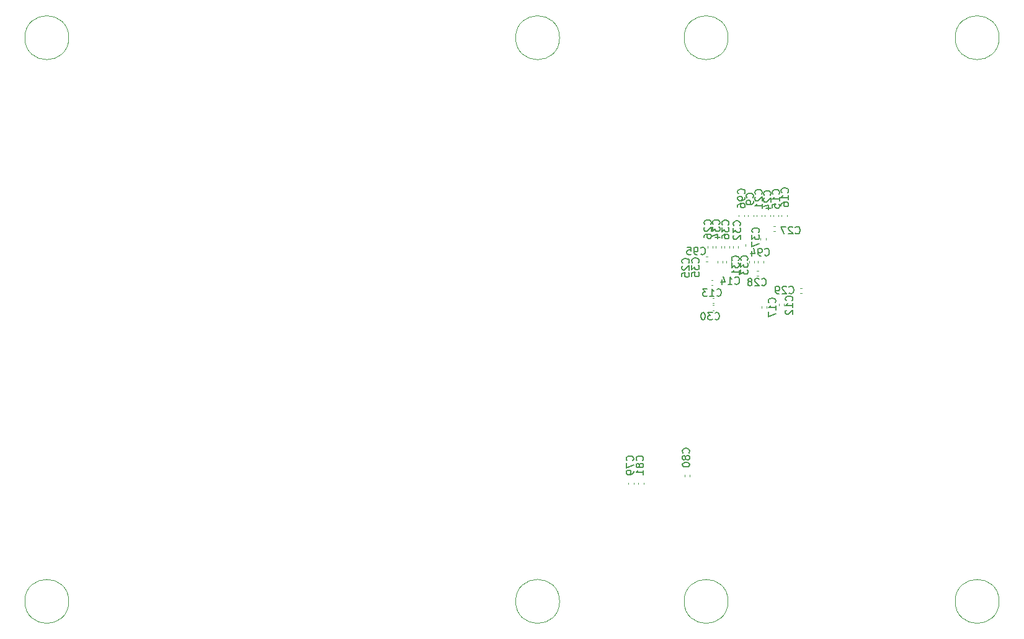
<source format=gbr>
%TF.GenerationSoftware,KiCad,Pcbnew,5.1.10-88a1d61d58~88~ubuntu20.04.1*%
%TF.CreationDate,2021-07-12T11:52:02+08:00*%
%TF.ProjectId,TestAutomation,54657374-4175-4746-9f6d-6174696f6e2e,rev?*%
%TF.SameCoordinates,Original*%
%TF.FileFunction,Legend,Bot*%
%TF.FilePolarity,Positive*%
%FSLAX46Y46*%
G04 Gerber Fmt 4.6, Leading zero omitted, Abs format (unit mm)*
G04 Created by KiCad (PCBNEW 5.1.10-88a1d61d58~88~ubuntu20.04.1) date 2021-07-12 11:52:02*
%MOMM*%
%LPD*%
G01*
G04 APERTURE LIST*
%ADD10C,0.120000*%
%ADD11C,0.150000*%
G04 APERTURE END LIST*
D10*
%TO.C,M3*%
X153000000Y-57000000D02*
G75*
G03*
X153000000Y-57000000I-3000000J0D01*
G01*
X153000000Y-134000000D02*
G75*
G03*
X153000000Y-134000000I-3000000J0D01*
G01*
X176000000Y-57000000D02*
G75*
G03*
X176000000Y-57000000I-3000000J0D01*
G01*
X176000000Y-134000000D02*
G75*
G03*
X176000000Y-134000000I-3000000J0D01*
G01*
X213000000Y-57000000D02*
G75*
G03*
X213000000Y-57000000I-3000000J0D01*
G01*
X86000000Y-57000000D02*
G75*
G03*
X86000000Y-57000000I-3000000J0D01*
G01*
X86000000Y-134000000D02*
G75*
G03*
X86000000Y-134000000I-3000000J0D01*
G01*
X213000000Y-134000000D02*
G75*
G03*
X213000000Y-134000000I-3000000J0D01*
G01*
%TO.C,C96*%
X177480000Y-81212164D02*
X177480000Y-81427836D01*
X178200000Y-81212164D02*
X178200000Y-81427836D01*
%TO.C,C95*%
X172982164Y-87610000D02*
X173197836Y-87610000D01*
X172982164Y-86890000D02*
X173197836Y-86890000D01*
%TO.C,C94*%
X178420000Y-85222164D02*
X178420000Y-85437836D01*
X179140000Y-85222164D02*
X179140000Y-85437836D01*
%TO.C,C24*%
X181727664Y-81212164D02*
X181727664Y-81427836D01*
X181007664Y-81212164D02*
X181007664Y-81427836D01*
%TO.C,C21*%
X180583832Y-81212164D02*
X180583832Y-81427836D01*
X179863832Y-81212164D02*
X179863832Y-81427836D01*
%TO.C,C81*%
X164460000Y-117977836D02*
X164460000Y-117762164D01*
X163740000Y-117977836D02*
X163740000Y-117762164D01*
%TO.C,C80*%
X170780000Y-116927836D02*
X170780000Y-116712164D01*
X170060000Y-116927836D02*
X170060000Y-116712164D01*
%TO.C,C79*%
X163122500Y-117977836D02*
X163122500Y-117762164D01*
X162402500Y-117977836D02*
X162402500Y-117762164D01*
%TO.C,C17*%
X181280000Y-93927836D02*
X181280000Y-93712164D01*
X180560000Y-93927836D02*
X180560000Y-93712164D01*
%TO.C,C16*%
X183295330Y-81212164D02*
X183295330Y-81427836D01*
X184015330Y-81212164D02*
X184015330Y-81427836D01*
%TO.C,C37*%
X180430000Y-84362164D02*
X180430000Y-84577836D01*
X181150000Y-84362164D02*
X181150000Y-84577836D01*
%TO.C,C15*%
X182151496Y-81212164D02*
X182151496Y-81427836D01*
X182871496Y-81212164D02*
X182871496Y-81427836D01*
%TO.C,C36*%
X175500000Y-85482164D02*
X175500000Y-85697836D01*
X176220000Y-85482164D02*
X176220000Y-85697836D01*
%TO.C,C35*%
X175750000Y-87532164D02*
X175750000Y-87747836D01*
X176470000Y-87532164D02*
X176470000Y-87747836D01*
%TO.C,C14*%
X173692164Y-90080000D02*
X173907836Y-90080000D01*
X173692164Y-90800000D02*
X173907836Y-90800000D01*
%TO.C,C34*%
X174350000Y-85482164D02*
X174350000Y-85697836D01*
X175070000Y-85482164D02*
X175070000Y-85697836D01*
%TO.C,C33*%
X180084000Y-87532164D02*
X180084000Y-87747836D01*
X180804000Y-87532164D02*
X180804000Y-87747836D01*
%TO.C,C13*%
X173862164Y-93260000D02*
X174077836Y-93260000D01*
X173862164Y-92540000D02*
X174077836Y-92540000D01*
%TO.C,C32*%
X176650000Y-85482164D02*
X176650000Y-85697836D01*
X177370000Y-85482164D02*
X177370000Y-85697836D01*
%TO.C,C31*%
X178887000Y-87532164D02*
X178887000Y-87747836D01*
X179607000Y-87532164D02*
X179607000Y-87747836D01*
%TO.C,C12*%
X183650000Y-93547836D02*
X183650000Y-93332164D01*
X182930000Y-93547836D02*
X182930000Y-93332164D01*
%TO.C,C30*%
X173862164Y-94260000D02*
X174077836Y-94260000D01*
X173862164Y-93540000D02*
X174077836Y-93540000D01*
%TO.C,C29*%
X186077836Y-91210000D02*
X185862164Y-91210000D01*
X186077836Y-91930000D02*
X185862164Y-91930000D01*
%TO.C,C28*%
X179922164Y-89540000D02*
X180137836Y-89540000D01*
X179922164Y-88820000D02*
X180137836Y-88820000D01*
%TO.C,C27*%
X182232164Y-83440000D02*
X182447836Y-83440000D01*
X182232164Y-82720000D02*
X182447836Y-82720000D01*
%TO.C,C26*%
X173920000Y-85697836D02*
X173920000Y-85482164D01*
X173200000Y-85697836D02*
X173200000Y-85482164D01*
%TO.C,C25*%
X175270000Y-87747836D02*
X175270000Y-87532164D01*
X174550000Y-87747836D02*
X174550000Y-87532164D01*
%TO.C,C9*%
X179440000Y-81427836D02*
X179440000Y-81212164D01*
X178720000Y-81427836D02*
X178720000Y-81212164D01*
%TO.C,C96*%
D11*
X178217142Y-78287142D02*
X178264761Y-78239523D01*
X178312380Y-78096666D01*
X178312380Y-78001428D01*
X178264761Y-77858571D01*
X178169523Y-77763333D01*
X178074285Y-77715714D01*
X177883809Y-77668095D01*
X177740952Y-77668095D01*
X177550476Y-77715714D01*
X177455238Y-77763333D01*
X177360000Y-77858571D01*
X177312380Y-78001428D01*
X177312380Y-78096666D01*
X177360000Y-78239523D01*
X177407619Y-78287142D01*
X178312380Y-78763333D02*
X178312380Y-78953809D01*
X178264761Y-79049047D01*
X178217142Y-79096666D01*
X178074285Y-79191904D01*
X177883809Y-79239523D01*
X177502857Y-79239523D01*
X177407619Y-79191904D01*
X177360000Y-79144285D01*
X177312380Y-79049047D01*
X177312380Y-78858571D01*
X177360000Y-78763333D01*
X177407619Y-78715714D01*
X177502857Y-78668095D01*
X177740952Y-78668095D01*
X177836190Y-78715714D01*
X177883809Y-78763333D01*
X177931428Y-78858571D01*
X177931428Y-79049047D01*
X177883809Y-79144285D01*
X177836190Y-79191904D01*
X177740952Y-79239523D01*
X177312380Y-80096666D02*
X177312380Y-79906190D01*
X177360000Y-79810952D01*
X177407619Y-79763333D01*
X177550476Y-79668095D01*
X177740952Y-79620476D01*
X178121904Y-79620476D01*
X178217142Y-79668095D01*
X178264761Y-79715714D01*
X178312380Y-79810952D01*
X178312380Y-80001428D01*
X178264761Y-80096666D01*
X178217142Y-80144285D01*
X178121904Y-80191904D01*
X177883809Y-80191904D01*
X177788571Y-80144285D01*
X177740952Y-80096666D01*
X177693333Y-80001428D01*
X177693333Y-79810952D01*
X177740952Y-79715714D01*
X177788571Y-79668095D01*
X177883809Y-79620476D01*
%TO.C,C95*%
X172282857Y-86527142D02*
X172330476Y-86574761D01*
X172473333Y-86622380D01*
X172568571Y-86622380D01*
X172711428Y-86574761D01*
X172806666Y-86479523D01*
X172854285Y-86384285D01*
X172901904Y-86193809D01*
X172901904Y-86050952D01*
X172854285Y-85860476D01*
X172806666Y-85765238D01*
X172711428Y-85670000D01*
X172568571Y-85622380D01*
X172473333Y-85622380D01*
X172330476Y-85670000D01*
X172282857Y-85717619D01*
X171806666Y-86622380D02*
X171616190Y-86622380D01*
X171520952Y-86574761D01*
X171473333Y-86527142D01*
X171378095Y-86384285D01*
X171330476Y-86193809D01*
X171330476Y-85812857D01*
X171378095Y-85717619D01*
X171425714Y-85670000D01*
X171520952Y-85622380D01*
X171711428Y-85622380D01*
X171806666Y-85670000D01*
X171854285Y-85717619D01*
X171901904Y-85812857D01*
X171901904Y-86050952D01*
X171854285Y-86146190D01*
X171806666Y-86193809D01*
X171711428Y-86241428D01*
X171520952Y-86241428D01*
X171425714Y-86193809D01*
X171378095Y-86146190D01*
X171330476Y-86050952D01*
X170425714Y-85622380D02*
X170901904Y-85622380D01*
X170949523Y-86098571D01*
X170901904Y-86050952D01*
X170806666Y-86003333D01*
X170568571Y-86003333D01*
X170473333Y-86050952D01*
X170425714Y-86098571D01*
X170378095Y-86193809D01*
X170378095Y-86431904D01*
X170425714Y-86527142D01*
X170473333Y-86574761D01*
X170568571Y-86622380D01*
X170806666Y-86622380D01*
X170901904Y-86574761D01*
X170949523Y-86527142D01*
%TO.C,C94*%
X181012857Y-86677142D02*
X181060476Y-86724761D01*
X181203333Y-86772380D01*
X181298571Y-86772380D01*
X181441428Y-86724761D01*
X181536666Y-86629523D01*
X181584285Y-86534285D01*
X181631904Y-86343809D01*
X181631904Y-86200952D01*
X181584285Y-86010476D01*
X181536666Y-85915238D01*
X181441428Y-85820000D01*
X181298571Y-85772380D01*
X181203333Y-85772380D01*
X181060476Y-85820000D01*
X181012857Y-85867619D01*
X180536666Y-86772380D02*
X180346190Y-86772380D01*
X180250952Y-86724761D01*
X180203333Y-86677142D01*
X180108095Y-86534285D01*
X180060476Y-86343809D01*
X180060476Y-85962857D01*
X180108095Y-85867619D01*
X180155714Y-85820000D01*
X180250952Y-85772380D01*
X180441428Y-85772380D01*
X180536666Y-85820000D01*
X180584285Y-85867619D01*
X180631904Y-85962857D01*
X180631904Y-86200952D01*
X180584285Y-86296190D01*
X180536666Y-86343809D01*
X180441428Y-86391428D01*
X180250952Y-86391428D01*
X180155714Y-86343809D01*
X180108095Y-86296190D01*
X180060476Y-86200952D01*
X179203333Y-86105714D02*
X179203333Y-86772380D01*
X179441428Y-85724761D02*
X179679523Y-86439047D01*
X179060476Y-86439047D01*
%TO.C,C24*%
X181747142Y-78507142D02*
X181794761Y-78459523D01*
X181842380Y-78316666D01*
X181842380Y-78221428D01*
X181794761Y-78078571D01*
X181699523Y-77983333D01*
X181604285Y-77935714D01*
X181413809Y-77888095D01*
X181270952Y-77888095D01*
X181080476Y-77935714D01*
X180985238Y-77983333D01*
X180890000Y-78078571D01*
X180842380Y-78221428D01*
X180842380Y-78316666D01*
X180890000Y-78459523D01*
X180937619Y-78507142D01*
X180937619Y-78888095D02*
X180890000Y-78935714D01*
X180842380Y-79030952D01*
X180842380Y-79269047D01*
X180890000Y-79364285D01*
X180937619Y-79411904D01*
X181032857Y-79459523D01*
X181128095Y-79459523D01*
X181270952Y-79411904D01*
X181842380Y-78840476D01*
X181842380Y-79459523D01*
X181175714Y-80316666D02*
X181842380Y-80316666D01*
X180794761Y-80078571D02*
X181509047Y-79840476D01*
X181509047Y-80459523D01*
%TO.C,C21*%
X180558474Y-78367142D02*
X180606093Y-78319523D01*
X180653712Y-78176666D01*
X180653712Y-78081428D01*
X180606093Y-77938571D01*
X180510855Y-77843333D01*
X180415617Y-77795714D01*
X180225141Y-77748095D01*
X180082284Y-77748095D01*
X179891808Y-77795714D01*
X179796570Y-77843333D01*
X179701332Y-77938571D01*
X179653712Y-78081428D01*
X179653712Y-78176666D01*
X179701332Y-78319523D01*
X179748951Y-78367142D01*
X179748951Y-78748095D02*
X179701332Y-78795714D01*
X179653712Y-78890952D01*
X179653712Y-79129047D01*
X179701332Y-79224285D01*
X179748951Y-79271904D01*
X179844189Y-79319523D01*
X179939427Y-79319523D01*
X180082284Y-79271904D01*
X180653712Y-78700476D01*
X180653712Y-79319523D01*
X180653712Y-80271904D02*
X180653712Y-79700476D01*
X180653712Y-79986190D02*
X179653712Y-79986190D01*
X179796570Y-79890952D01*
X179891808Y-79795714D01*
X179939427Y-79700476D01*
%TO.C,C81*%
X164347142Y-114757142D02*
X164394761Y-114709523D01*
X164442380Y-114566666D01*
X164442380Y-114471428D01*
X164394761Y-114328571D01*
X164299523Y-114233333D01*
X164204285Y-114185714D01*
X164013809Y-114138095D01*
X163870952Y-114138095D01*
X163680476Y-114185714D01*
X163585238Y-114233333D01*
X163490000Y-114328571D01*
X163442380Y-114471428D01*
X163442380Y-114566666D01*
X163490000Y-114709523D01*
X163537619Y-114757142D01*
X163870952Y-115328571D02*
X163823333Y-115233333D01*
X163775714Y-115185714D01*
X163680476Y-115138095D01*
X163632857Y-115138095D01*
X163537619Y-115185714D01*
X163490000Y-115233333D01*
X163442380Y-115328571D01*
X163442380Y-115519047D01*
X163490000Y-115614285D01*
X163537619Y-115661904D01*
X163632857Y-115709523D01*
X163680476Y-115709523D01*
X163775714Y-115661904D01*
X163823333Y-115614285D01*
X163870952Y-115519047D01*
X163870952Y-115328571D01*
X163918571Y-115233333D01*
X163966190Y-115185714D01*
X164061428Y-115138095D01*
X164251904Y-115138095D01*
X164347142Y-115185714D01*
X164394761Y-115233333D01*
X164442380Y-115328571D01*
X164442380Y-115519047D01*
X164394761Y-115614285D01*
X164347142Y-115661904D01*
X164251904Y-115709523D01*
X164061428Y-115709523D01*
X163966190Y-115661904D01*
X163918571Y-115614285D01*
X163870952Y-115519047D01*
X164442380Y-116661904D02*
X164442380Y-116090476D01*
X164442380Y-116376190D02*
X163442380Y-116376190D01*
X163585238Y-116280952D01*
X163680476Y-116185714D01*
X163728095Y-116090476D01*
%TO.C,C80*%
X170667142Y-113707142D02*
X170714761Y-113659523D01*
X170762380Y-113516666D01*
X170762380Y-113421428D01*
X170714761Y-113278571D01*
X170619523Y-113183333D01*
X170524285Y-113135714D01*
X170333809Y-113088095D01*
X170190952Y-113088095D01*
X170000476Y-113135714D01*
X169905238Y-113183333D01*
X169810000Y-113278571D01*
X169762380Y-113421428D01*
X169762380Y-113516666D01*
X169810000Y-113659523D01*
X169857619Y-113707142D01*
X170190952Y-114278571D02*
X170143333Y-114183333D01*
X170095714Y-114135714D01*
X170000476Y-114088095D01*
X169952857Y-114088095D01*
X169857619Y-114135714D01*
X169810000Y-114183333D01*
X169762380Y-114278571D01*
X169762380Y-114469047D01*
X169810000Y-114564285D01*
X169857619Y-114611904D01*
X169952857Y-114659523D01*
X170000476Y-114659523D01*
X170095714Y-114611904D01*
X170143333Y-114564285D01*
X170190952Y-114469047D01*
X170190952Y-114278571D01*
X170238571Y-114183333D01*
X170286190Y-114135714D01*
X170381428Y-114088095D01*
X170571904Y-114088095D01*
X170667142Y-114135714D01*
X170714761Y-114183333D01*
X170762380Y-114278571D01*
X170762380Y-114469047D01*
X170714761Y-114564285D01*
X170667142Y-114611904D01*
X170571904Y-114659523D01*
X170381428Y-114659523D01*
X170286190Y-114611904D01*
X170238571Y-114564285D01*
X170190952Y-114469047D01*
X169762380Y-115278571D02*
X169762380Y-115373809D01*
X169810000Y-115469047D01*
X169857619Y-115516666D01*
X169952857Y-115564285D01*
X170143333Y-115611904D01*
X170381428Y-115611904D01*
X170571904Y-115564285D01*
X170667142Y-115516666D01*
X170714761Y-115469047D01*
X170762380Y-115373809D01*
X170762380Y-115278571D01*
X170714761Y-115183333D01*
X170667142Y-115135714D01*
X170571904Y-115088095D01*
X170381428Y-115040476D01*
X170143333Y-115040476D01*
X169952857Y-115088095D01*
X169857619Y-115135714D01*
X169810000Y-115183333D01*
X169762380Y-115278571D01*
%TO.C,C79*%
X163009642Y-114757142D02*
X163057261Y-114709523D01*
X163104880Y-114566666D01*
X163104880Y-114471428D01*
X163057261Y-114328571D01*
X162962023Y-114233333D01*
X162866785Y-114185714D01*
X162676309Y-114138095D01*
X162533452Y-114138095D01*
X162342976Y-114185714D01*
X162247738Y-114233333D01*
X162152500Y-114328571D01*
X162104880Y-114471428D01*
X162104880Y-114566666D01*
X162152500Y-114709523D01*
X162200119Y-114757142D01*
X162104880Y-115090476D02*
X162104880Y-115757142D01*
X163104880Y-115328571D01*
X163104880Y-116185714D02*
X163104880Y-116376190D01*
X163057261Y-116471428D01*
X163009642Y-116519047D01*
X162866785Y-116614285D01*
X162676309Y-116661904D01*
X162295357Y-116661904D01*
X162200119Y-116614285D01*
X162152500Y-116566666D01*
X162104880Y-116471428D01*
X162104880Y-116280952D01*
X162152500Y-116185714D01*
X162200119Y-116138095D01*
X162295357Y-116090476D01*
X162533452Y-116090476D01*
X162628690Y-116138095D01*
X162676309Y-116185714D01*
X162723928Y-116280952D01*
X162723928Y-116471428D01*
X162676309Y-116566666D01*
X162628690Y-116614285D01*
X162533452Y-116661904D01*
%TO.C,C17*%
X182407142Y-93187142D02*
X182454761Y-93139523D01*
X182502380Y-92996666D01*
X182502380Y-92901428D01*
X182454761Y-92758571D01*
X182359523Y-92663333D01*
X182264285Y-92615714D01*
X182073809Y-92568095D01*
X181930952Y-92568095D01*
X181740476Y-92615714D01*
X181645238Y-92663333D01*
X181550000Y-92758571D01*
X181502380Y-92901428D01*
X181502380Y-92996666D01*
X181550000Y-93139523D01*
X181597619Y-93187142D01*
X182502380Y-94139523D02*
X182502380Y-93568095D01*
X182502380Y-93853809D02*
X181502380Y-93853809D01*
X181645238Y-93758571D01*
X181740476Y-93663333D01*
X181788095Y-93568095D01*
X181502380Y-94472857D02*
X181502380Y-95139523D01*
X182502380Y-94710952D01*
%TO.C,C16*%
X184147142Y-78147142D02*
X184194761Y-78099523D01*
X184242380Y-77956666D01*
X184242380Y-77861428D01*
X184194761Y-77718571D01*
X184099523Y-77623333D01*
X184004285Y-77575714D01*
X183813809Y-77528095D01*
X183670952Y-77528095D01*
X183480476Y-77575714D01*
X183385238Y-77623333D01*
X183290000Y-77718571D01*
X183242380Y-77861428D01*
X183242380Y-77956666D01*
X183290000Y-78099523D01*
X183337619Y-78147142D01*
X184242380Y-79099523D02*
X184242380Y-78528095D01*
X184242380Y-78813809D02*
X183242380Y-78813809D01*
X183385238Y-78718571D01*
X183480476Y-78623333D01*
X183528095Y-78528095D01*
X183242380Y-79956666D02*
X183242380Y-79766190D01*
X183290000Y-79670952D01*
X183337619Y-79623333D01*
X183480476Y-79528095D01*
X183670952Y-79480476D01*
X184051904Y-79480476D01*
X184147142Y-79528095D01*
X184194761Y-79575714D01*
X184242380Y-79670952D01*
X184242380Y-79861428D01*
X184194761Y-79956666D01*
X184147142Y-80004285D01*
X184051904Y-80051904D01*
X183813809Y-80051904D01*
X183718571Y-80004285D01*
X183670952Y-79956666D01*
X183623333Y-79861428D01*
X183623333Y-79670952D01*
X183670952Y-79575714D01*
X183718571Y-79528095D01*
X183813809Y-79480476D01*
%TO.C,C37*%
X180167142Y-83597142D02*
X180214761Y-83549523D01*
X180262380Y-83406666D01*
X180262380Y-83311428D01*
X180214761Y-83168571D01*
X180119523Y-83073333D01*
X180024285Y-83025714D01*
X179833809Y-82978095D01*
X179690952Y-82978095D01*
X179500476Y-83025714D01*
X179405238Y-83073333D01*
X179310000Y-83168571D01*
X179262380Y-83311428D01*
X179262380Y-83406666D01*
X179310000Y-83549523D01*
X179357619Y-83597142D01*
X179262380Y-83930476D02*
X179262380Y-84549523D01*
X179643333Y-84216190D01*
X179643333Y-84359047D01*
X179690952Y-84454285D01*
X179738571Y-84501904D01*
X179833809Y-84549523D01*
X180071904Y-84549523D01*
X180167142Y-84501904D01*
X180214761Y-84454285D01*
X180262380Y-84359047D01*
X180262380Y-84073333D01*
X180214761Y-83978095D01*
X180167142Y-83930476D01*
X179262380Y-84882857D02*
X179262380Y-85549523D01*
X180262380Y-85120952D01*
%TO.C,C15*%
X182921138Y-78367142D02*
X182968757Y-78319523D01*
X183016376Y-78176666D01*
X183016376Y-78081428D01*
X182968757Y-77938571D01*
X182873519Y-77843333D01*
X182778281Y-77795714D01*
X182587805Y-77748095D01*
X182444948Y-77748095D01*
X182254472Y-77795714D01*
X182159234Y-77843333D01*
X182063996Y-77938571D01*
X182016376Y-78081428D01*
X182016376Y-78176666D01*
X182063996Y-78319523D01*
X182111615Y-78367142D01*
X183016376Y-79319523D02*
X183016376Y-78748095D01*
X183016376Y-79033809D02*
X182016376Y-79033809D01*
X182159234Y-78938571D01*
X182254472Y-78843333D01*
X182302091Y-78748095D01*
X182016376Y-80224285D02*
X182016376Y-79748095D01*
X182492567Y-79700476D01*
X182444948Y-79748095D01*
X182397329Y-79843333D01*
X182397329Y-80081428D01*
X182444948Y-80176666D01*
X182492567Y-80224285D01*
X182587805Y-80271904D01*
X182825900Y-80271904D01*
X182921138Y-80224285D01*
X182968757Y-80176666D01*
X183016376Y-80081428D01*
X183016376Y-79843333D01*
X182968757Y-79748095D01*
X182921138Y-79700476D01*
%TO.C,C36*%
X176027142Y-82557142D02*
X176074761Y-82509523D01*
X176122380Y-82366666D01*
X176122380Y-82271428D01*
X176074761Y-82128571D01*
X175979523Y-82033333D01*
X175884285Y-81985714D01*
X175693809Y-81938095D01*
X175550952Y-81938095D01*
X175360476Y-81985714D01*
X175265238Y-82033333D01*
X175170000Y-82128571D01*
X175122380Y-82271428D01*
X175122380Y-82366666D01*
X175170000Y-82509523D01*
X175217619Y-82557142D01*
X175122380Y-82890476D02*
X175122380Y-83509523D01*
X175503333Y-83176190D01*
X175503333Y-83319047D01*
X175550952Y-83414285D01*
X175598571Y-83461904D01*
X175693809Y-83509523D01*
X175931904Y-83509523D01*
X176027142Y-83461904D01*
X176074761Y-83414285D01*
X176122380Y-83319047D01*
X176122380Y-83033333D01*
X176074761Y-82938095D01*
X176027142Y-82890476D01*
X175122380Y-84366666D02*
X175122380Y-84176190D01*
X175170000Y-84080952D01*
X175217619Y-84033333D01*
X175360476Y-83938095D01*
X175550952Y-83890476D01*
X175931904Y-83890476D01*
X176027142Y-83938095D01*
X176074761Y-83985714D01*
X176122380Y-84080952D01*
X176122380Y-84271428D01*
X176074761Y-84366666D01*
X176027142Y-84414285D01*
X175931904Y-84461904D01*
X175693809Y-84461904D01*
X175598571Y-84414285D01*
X175550952Y-84366666D01*
X175503333Y-84271428D01*
X175503333Y-84080952D01*
X175550952Y-83985714D01*
X175598571Y-83938095D01*
X175693809Y-83890476D01*
%TO.C,C35*%
X171947142Y-87717142D02*
X171994761Y-87669523D01*
X172042380Y-87526666D01*
X172042380Y-87431428D01*
X171994761Y-87288571D01*
X171899523Y-87193333D01*
X171804285Y-87145714D01*
X171613809Y-87098095D01*
X171470952Y-87098095D01*
X171280476Y-87145714D01*
X171185238Y-87193333D01*
X171090000Y-87288571D01*
X171042380Y-87431428D01*
X171042380Y-87526666D01*
X171090000Y-87669523D01*
X171137619Y-87717142D01*
X171042380Y-88050476D02*
X171042380Y-88669523D01*
X171423333Y-88336190D01*
X171423333Y-88479047D01*
X171470952Y-88574285D01*
X171518571Y-88621904D01*
X171613809Y-88669523D01*
X171851904Y-88669523D01*
X171947142Y-88621904D01*
X171994761Y-88574285D01*
X172042380Y-88479047D01*
X172042380Y-88193333D01*
X171994761Y-88098095D01*
X171947142Y-88050476D01*
X171042380Y-89574285D02*
X171042380Y-89098095D01*
X171518571Y-89050476D01*
X171470952Y-89098095D01*
X171423333Y-89193333D01*
X171423333Y-89431428D01*
X171470952Y-89526666D01*
X171518571Y-89574285D01*
X171613809Y-89621904D01*
X171851904Y-89621904D01*
X171947142Y-89574285D01*
X171994761Y-89526666D01*
X172042380Y-89431428D01*
X172042380Y-89193333D01*
X171994761Y-89098095D01*
X171947142Y-89050476D01*
%TO.C,C14*%
X176932857Y-90577142D02*
X176980476Y-90624761D01*
X177123333Y-90672380D01*
X177218571Y-90672380D01*
X177361428Y-90624761D01*
X177456666Y-90529523D01*
X177504285Y-90434285D01*
X177551904Y-90243809D01*
X177551904Y-90100952D01*
X177504285Y-89910476D01*
X177456666Y-89815238D01*
X177361428Y-89720000D01*
X177218571Y-89672380D01*
X177123333Y-89672380D01*
X176980476Y-89720000D01*
X176932857Y-89767619D01*
X175980476Y-90672380D02*
X176551904Y-90672380D01*
X176266190Y-90672380D02*
X176266190Y-89672380D01*
X176361428Y-89815238D01*
X176456666Y-89910476D01*
X176551904Y-89958095D01*
X175123333Y-90005714D02*
X175123333Y-90672380D01*
X175361428Y-89624761D02*
X175599523Y-90339047D01*
X174980476Y-90339047D01*
%TO.C,C34*%
X174777142Y-82497142D02*
X174824761Y-82449523D01*
X174872380Y-82306666D01*
X174872380Y-82211428D01*
X174824761Y-82068571D01*
X174729523Y-81973333D01*
X174634285Y-81925714D01*
X174443809Y-81878095D01*
X174300952Y-81878095D01*
X174110476Y-81925714D01*
X174015238Y-81973333D01*
X173920000Y-82068571D01*
X173872380Y-82211428D01*
X173872380Y-82306666D01*
X173920000Y-82449523D01*
X173967619Y-82497142D01*
X173872380Y-82830476D02*
X173872380Y-83449523D01*
X174253333Y-83116190D01*
X174253333Y-83259047D01*
X174300952Y-83354285D01*
X174348571Y-83401904D01*
X174443809Y-83449523D01*
X174681904Y-83449523D01*
X174777142Y-83401904D01*
X174824761Y-83354285D01*
X174872380Y-83259047D01*
X174872380Y-82973333D01*
X174824761Y-82878095D01*
X174777142Y-82830476D01*
X174205714Y-84306666D02*
X174872380Y-84306666D01*
X173824761Y-84068571D02*
X174539047Y-83830476D01*
X174539047Y-84449523D01*
%TO.C,C33*%
X178627142Y-87407142D02*
X178674761Y-87359523D01*
X178722380Y-87216666D01*
X178722380Y-87121428D01*
X178674761Y-86978571D01*
X178579523Y-86883333D01*
X178484285Y-86835714D01*
X178293809Y-86788095D01*
X178150952Y-86788095D01*
X177960476Y-86835714D01*
X177865238Y-86883333D01*
X177770000Y-86978571D01*
X177722380Y-87121428D01*
X177722380Y-87216666D01*
X177770000Y-87359523D01*
X177817619Y-87407142D01*
X177722380Y-87740476D02*
X177722380Y-88359523D01*
X178103333Y-88026190D01*
X178103333Y-88169047D01*
X178150952Y-88264285D01*
X178198571Y-88311904D01*
X178293809Y-88359523D01*
X178531904Y-88359523D01*
X178627142Y-88311904D01*
X178674761Y-88264285D01*
X178722380Y-88169047D01*
X178722380Y-87883333D01*
X178674761Y-87788095D01*
X178627142Y-87740476D01*
X177722380Y-88692857D02*
X177722380Y-89311904D01*
X178103333Y-88978571D01*
X178103333Y-89121428D01*
X178150952Y-89216666D01*
X178198571Y-89264285D01*
X178293809Y-89311904D01*
X178531904Y-89311904D01*
X178627142Y-89264285D01*
X178674761Y-89216666D01*
X178722380Y-89121428D01*
X178722380Y-88835714D01*
X178674761Y-88740476D01*
X178627142Y-88692857D01*
%TO.C,C13*%
X174452857Y-92227142D02*
X174500476Y-92274761D01*
X174643333Y-92322380D01*
X174738571Y-92322380D01*
X174881428Y-92274761D01*
X174976666Y-92179523D01*
X175024285Y-92084285D01*
X175071904Y-91893809D01*
X175071904Y-91750952D01*
X175024285Y-91560476D01*
X174976666Y-91465238D01*
X174881428Y-91370000D01*
X174738571Y-91322380D01*
X174643333Y-91322380D01*
X174500476Y-91370000D01*
X174452857Y-91417619D01*
X173500476Y-92322380D02*
X174071904Y-92322380D01*
X173786190Y-92322380D02*
X173786190Y-91322380D01*
X173881428Y-91465238D01*
X173976666Y-91560476D01*
X174071904Y-91608095D01*
X173167142Y-91322380D02*
X172548095Y-91322380D01*
X172881428Y-91703333D01*
X172738571Y-91703333D01*
X172643333Y-91750952D01*
X172595714Y-91798571D01*
X172548095Y-91893809D01*
X172548095Y-92131904D01*
X172595714Y-92227142D01*
X172643333Y-92274761D01*
X172738571Y-92322380D01*
X173024285Y-92322380D01*
X173119523Y-92274761D01*
X173167142Y-92227142D01*
%TO.C,C32*%
X177587142Y-82647142D02*
X177634761Y-82599523D01*
X177682380Y-82456666D01*
X177682380Y-82361428D01*
X177634761Y-82218571D01*
X177539523Y-82123333D01*
X177444285Y-82075714D01*
X177253809Y-82028095D01*
X177110952Y-82028095D01*
X176920476Y-82075714D01*
X176825238Y-82123333D01*
X176730000Y-82218571D01*
X176682380Y-82361428D01*
X176682380Y-82456666D01*
X176730000Y-82599523D01*
X176777619Y-82647142D01*
X176682380Y-82980476D02*
X176682380Y-83599523D01*
X177063333Y-83266190D01*
X177063333Y-83409047D01*
X177110952Y-83504285D01*
X177158571Y-83551904D01*
X177253809Y-83599523D01*
X177491904Y-83599523D01*
X177587142Y-83551904D01*
X177634761Y-83504285D01*
X177682380Y-83409047D01*
X177682380Y-83123333D01*
X177634761Y-83028095D01*
X177587142Y-82980476D01*
X176777619Y-83980476D02*
X176730000Y-84028095D01*
X176682380Y-84123333D01*
X176682380Y-84361428D01*
X176730000Y-84456666D01*
X176777619Y-84504285D01*
X176872857Y-84551904D01*
X176968095Y-84551904D01*
X177110952Y-84504285D01*
X177682380Y-83932857D01*
X177682380Y-84551904D01*
%TO.C,C31*%
X177397142Y-87437142D02*
X177444761Y-87389523D01*
X177492380Y-87246666D01*
X177492380Y-87151428D01*
X177444761Y-87008571D01*
X177349523Y-86913333D01*
X177254285Y-86865714D01*
X177063809Y-86818095D01*
X176920952Y-86818095D01*
X176730476Y-86865714D01*
X176635238Y-86913333D01*
X176540000Y-87008571D01*
X176492380Y-87151428D01*
X176492380Y-87246666D01*
X176540000Y-87389523D01*
X176587619Y-87437142D01*
X176492380Y-87770476D02*
X176492380Y-88389523D01*
X176873333Y-88056190D01*
X176873333Y-88199047D01*
X176920952Y-88294285D01*
X176968571Y-88341904D01*
X177063809Y-88389523D01*
X177301904Y-88389523D01*
X177397142Y-88341904D01*
X177444761Y-88294285D01*
X177492380Y-88199047D01*
X177492380Y-87913333D01*
X177444761Y-87818095D01*
X177397142Y-87770476D01*
X177492380Y-89341904D02*
X177492380Y-88770476D01*
X177492380Y-89056190D02*
X176492380Y-89056190D01*
X176635238Y-88960952D01*
X176730476Y-88865714D01*
X176778095Y-88770476D01*
%TO.C,C12*%
X184737142Y-92907142D02*
X184784761Y-92859523D01*
X184832380Y-92716666D01*
X184832380Y-92621428D01*
X184784761Y-92478571D01*
X184689523Y-92383333D01*
X184594285Y-92335714D01*
X184403809Y-92288095D01*
X184260952Y-92288095D01*
X184070476Y-92335714D01*
X183975238Y-92383333D01*
X183880000Y-92478571D01*
X183832380Y-92621428D01*
X183832380Y-92716666D01*
X183880000Y-92859523D01*
X183927619Y-92907142D01*
X184832380Y-93859523D02*
X184832380Y-93288095D01*
X184832380Y-93573809D02*
X183832380Y-93573809D01*
X183975238Y-93478571D01*
X184070476Y-93383333D01*
X184118095Y-93288095D01*
X183927619Y-94240476D02*
X183880000Y-94288095D01*
X183832380Y-94383333D01*
X183832380Y-94621428D01*
X183880000Y-94716666D01*
X183927619Y-94764285D01*
X184022857Y-94811904D01*
X184118095Y-94811904D01*
X184260952Y-94764285D01*
X184832380Y-94192857D01*
X184832380Y-94811904D01*
%TO.C,C30*%
X174192857Y-95427142D02*
X174240476Y-95474761D01*
X174383333Y-95522380D01*
X174478571Y-95522380D01*
X174621428Y-95474761D01*
X174716666Y-95379523D01*
X174764285Y-95284285D01*
X174811904Y-95093809D01*
X174811904Y-94950952D01*
X174764285Y-94760476D01*
X174716666Y-94665238D01*
X174621428Y-94570000D01*
X174478571Y-94522380D01*
X174383333Y-94522380D01*
X174240476Y-94570000D01*
X174192857Y-94617619D01*
X173859523Y-94522380D02*
X173240476Y-94522380D01*
X173573809Y-94903333D01*
X173430952Y-94903333D01*
X173335714Y-94950952D01*
X173288095Y-94998571D01*
X173240476Y-95093809D01*
X173240476Y-95331904D01*
X173288095Y-95427142D01*
X173335714Y-95474761D01*
X173430952Y-95522380D01*
X173716666Y-95522380D01*
X173811904Y-95474761D01*
X173859523Y-95427142D01*
X172621428Y-94522380D02*
X172526190Y-94522380D01*
X172430952Y-94570000D01*
X172383333Y-94617619D01*
X172335714Y-94712857D01*
X172288095Y-94903333D01*
X172288095Y-95141428D01*
X172335714Y-95331904D01*
X172383333Y-95427142D01*
X172430952Y-95474761D01*
X172526190Y-95522380D01*
X172621428Y-95522380D01*
X172716666Y-95474761D01*
X172764285Y-95427142D01*
X172811904Y-95331904D01*
X172859523Y-95141428D01*
X172859523Y-94903333D01*
X172811904Y-94712857D01*
X172764285Y-94617619D01*
X172716666Y-94570000D01*
X172621428Y-94522380D01*
%TO.C,C29*%
X184342857Y-91857142D02*
X184390476Y-91904761D01*
X184533333Y-91952380D01*
X184628571Y-91952380D01*
X184771428Y-91904761D01*
X184866666Y-91809523D01*
X184914285Y-91714285D01*
X184961904Y-91523809D01*
X184961904Y-91380952D01*
X184914285Y-91190476D01*
X184866666Y-91095238D01*
X184771428Y-91000000D01*
X184628571Y-90952380D01*
X184533333Y-90952380D01*
X184390476Y-91000000D01*
X184342857Y-91047619D01*
X183961904Y-91047619D02*
X183914285Y-91000000D01*
X183819047Y-90952380D01*
X183580952Y-90952380D01*
X183485714Y-91000000D01*
X183438095Y-91047619D01*
X183390476Y-91142857D01*
X183390476Y-91238095D01*
X183438095Y-91380952D01*
X184009523Y-91952380D01*
X183390476Y-91952380D01*
X182914285Y-91952380D02*
X182723809Y-91952380D01*
X182628571Y-91904761D01*
X182580952Y-91857142D01*
X182485714Y-91714285D01*
X182438095Y-91523809D01*
X182438095Y-91142857D01*
X182485714Y-91047619D01*
X182533333Y-91000000D01*
X182628571Y-90952380D01*
X182819047Y-90952380D01*
X182914285Y-91000000D01*
X182961904Y-91047619D01*
X183009523Y-91142857D01*
X183009523Y-91380952D01*
X182961904Y-91476190D01*
X182914285Y-91523809D01*
X182819047Y-91571428D01*
X182628571Y-91571428D01*
X182533333Y-91523809D01*
X182485714Y-91476190D01*
X182438095Y-91380952D01*
%TO.C,C28*%
X180592857Y-90767142D02*
X180640476Y-90814761D01*
X180783333Y-90862380D01*
X180878571Y-90862380D01*
X181021428Y-90814761D01*
X181116666Y-90719523D01*
X181164285Y-90624285D01*
X181211904Y-90433809D01*
X181211904Y-90290952D01*
X181164285Y-90100476D01*
X181116666Y-90005238D01*
X181021428Y-89910000D01*
X180878571Y-89862380D01*
X180783333Y-89862380D01*
X180640476Y-89910000D01*
X180592857Y-89957619D01*
X180211904Y-89957619D02*
X180164285Y-89910000D01*
X180069047Y-89862380D01*
X179830952Y-89862380D01*
X179735714Y-89910000D01*
X179688095Y-89957619D01*
X179640476Y-90052857D01*
X179640476Y-90148095D01*
X179688095Y-90290952D01*
X180259523Y-90862380D01*
X179640476Y-90862380D01*
X179069047Y-90290952D02*
X179164285Y-90243333D01*
X179211904Y-90195714D01*
X179259523Y-90100476D01*
X179259523Y-90052857D01*
X179211904Y-89957619D01*
X179164285Y-89910000D01*
X179069047Y-89862380D01*
X178878571Y-89862380D01*
X178783333Y-89910000D01*
X178735714Y-89957619D01*
X178688095Y-90052857D01*
X178688095Y-90100476D01*
X178735714Y-90195714D01*
X178783333Y-90243333D01*
X178878571Y-90290952D01*
X179069047Y-90290952D01*
X179164285Y-90338571D01*
X179211904Y-90386190D01*
X179259523Y-90481428D01*
X179259523Y-90671904D01*
X179211904Y-90767142D01*
X179164285Y-90814761D01*
X179069047Y-90862380D01*
X178878571Y-90862380D01*
X178783333Y-90814761D01*
X178735714Y-90767142D01*
X178688095Y-90671904D01*
X178688095Y-90481428D01*
X178735714Y-90386190D01*
X178783333Y-90338571D01*
X178878571Y-90290952D01*
%TO.C,C27*%
X185192857Y-83707142D02*
X185240476Y-83754761D01*
X185383333Y-83802380D01*
X185478571Y-83802380D01*
X185621428Y-83754761D01*
X185716666Y-83659523D01*
X185764285Y-83564285D01*
X185811904Y-83373809D01*
X185811904Y-83230952D01*
X185764285Y-83040476D01*
X185716666Y-82945238D01*
X185621428Y-82850000D01*
X185478571Y-82802380D01*
X185383333Y-82802380D01*
X185240476Y-82850000D01*
X185192857Y-82897619D01*
X184811904Y-82897619D02*
X184764285Y-82850000D01*
X184669047Y-82802380D01*
X184430952Y-82802380D01*
X184335714Y-82850000D01*
X184288095Y-82897619D01*
X184240476Y-82992857D01*
X184240476Y-83088095D01*
X184288095Y-83230952D01*
X184859523Y-83802380D01*
X184240476Y-83802380D01*
X183907142Y-82802380D02*
X183240476Y-82802380D01*
X183669047Y-83802380D01*
%TO.C,C26*%
X173627142Y-82497142D02*
X173674761Y-82449523D01*
X173722380Y-82306666D01*
X173722380Y-82211428D01*
X173674761Y-82068571D01*
X173579523Y-81973333D01*
X173484285Y-81925714D01*
X173293809Y-81878095D01*
X173150952Y-81878095D01*
X172960476Y-81925714D01*
X172865238Y-81973333D01*
X172770000Y-82068571D01*
X172722380Y-82211428D01*
X172722380Y-82306666D01*
X172770000Y-82449523D01*
X172817619Y-82497142D01*
X172817619Y-82878095D02*
X172770000Y-82925714D01*
X172722380Y-83020952D01*
X172722380Y-83259047D01*
X172770000Y-83354285D01*
X172817619Y-83401904D01*
X172912857Y-83449523D01*
X173008095Y-83449523D01*
X173150952Y-83401904D01*
X173722380Y-82830476D01*
X173722380Y-83449523D01*
X172722380Y-84306666D02*
X172722380Y-84116190D01*
X172770000Y-84020952D01*
X172817619Y-83973333D01*
X172960476Y-83878095D01*
X173150952Y-83830476D01*
X173531904Y-83830476D01*
X173627142Y-83878095D01*
X173674761Y-83925714D01*
X173722380Y-84020952D01*
X173722380Y-84211428D01*
X173674761Y-84306666D01*
X173627142Y-84354285D01*
X173531904Y-84401904D01*
X173293809Y-84401904D01*
X173198571Y-84354285D01*
X173150952Y-84306666D01*
X173103333Y-84211428D01*
X173103333Y-84020952D01*
X173150952Y-83925714D01*
X173198571Y-83878095D01*
X173293809Y-83830476D01*
%TO.C,C25*%
X170597142Y-87787142D02*
X170644761Y-87739523D01*
X170692380Y-87596666D01*
X170692380Y-87501428D01*
X170644761Y-87358571D01*
X170549523Y-87263333D01*
X170454285Y-87215714D01*
X170263809Y-87168095D01*
X170120952Y-87168095D01*
X169930476Y-87215714D01*
X169835238Y-87263333D01*
X169740000Y-87358571D01*
X169692380Y-87501428D01*
X169692380Y-87596666D01*
X169740000Y-87739523D01*
X169787619Y-87787142D01*
X169787619Y-88168095D02*
X169740000Y-88215714D01*
X169692380Y-88310952D01*
X169692380Y-88549047D01*
X169740000Y-88644285D01*
X169787619Y-88691904D01*
X169882857Y-88739523D01*
X169978095Y-88739523D01*
X170120952Y-88691904D01*
X170692380Y-88120476D01*
X170692380Y-88739523D01*
X169692380Y-89644285D02*
X169692380Y-89168095D01*
X170168571Y-89120476D01*
X170120952Y-89168095D01*
X170073333Y-89263333D01*
X170073333Y-89501428D01*
X170120952Y-89596666D01*
X170168571Y-89644285D01*
X170263809Y-89691904D01*
X170501904Y-89691904D01*
X170597142Y-89644285D01*
X170644761Y-89596666D01*
X170692380Y-89501428D01*
X170692380Y-89263333D01*
X170644761Y-89168095D01*
X170597142Y-89120476D01*
%TO.C,C9*%
X179377142Y-78843333D02*
X179424761Y-78795714D01*
X179472380Y-78652857D01*
X179472380Y-78557619D01*
X179424761Y-78414761D01*
X179329523Y-78319523D01*
X179234285Y-78271904D01*
X179043809Y-78224285D01*
X178900952Y-78224285D01*
X178710476Y-78271904D01*
X178615238Y-78319523D01*
X178520000Y-78414761D01*
X178472380Y-78557619D01*
X178472380Y-78652857D01*
X178520000Y-78795714D01*
X178567619Y-78843333D01*
X179472380Y-79319523D02*
X179472380Y-79510000D01*
X179424761Y-79605238D01*
X179377142Y-79652857D01*
X179234285Y-79748095D01*
X179043809Y-79795714D01*
X178662857Y-79795714D01*
X178567619Y-79748095D01*
X178520000Y-79700476D01*
X178472380Y-79605238D01*
X178472380Y-79414761D01*
X178520000Y-79319523D01*
X178567619Y-79271904D01*
X178662857Y-79224285D01*
X178900952Y-79224285D01*
X178996190Y-79271904D01*
X179043809Y-79319523D01*
X179091428Y-79414761D01*
X179091428Y-79605238D01*
X179043809Y-79700476D01*
X178996190Y-79748095D01*
X178900952Y-79795714D01*
%TD*%
M02*

</source>
